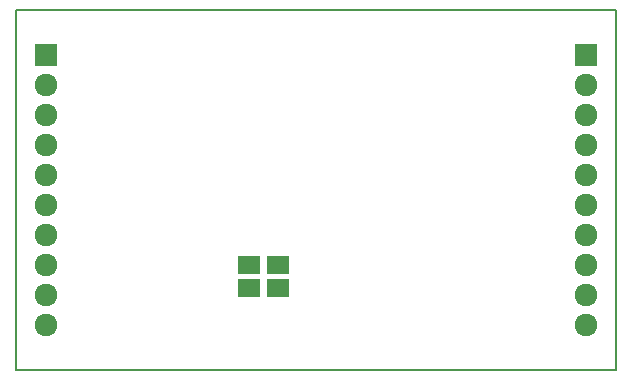
<source format=gbr>
G04 #@! TF.FileFunction,Soldermask,Bot*
%FSLAX46Y46*%
G04 Gerber Fmt 4.6, Leading zero omitted, Abs format (unit mm)*
G04 Created by KiCad (PCBNEW 4.0.7) date 06/13/18 13:38:50*
%MOMM*%
%LPD*%
G01*
G04 APERTURE LIST*
%ADD10C,0.100000*%
%ADD11C,0.150000*%
%ADD12R,1.900000X1.650000*%
%ADD13R,1.924000X1.924000*%
%ADD14C,1.924000*%
G04 APERTURE END LIST*
D10*
D11*
X111760000Y-111760000D02*
X111760000Y-81280000D01*
X162560000Y-111760000D02*
X111760000Y-111760000D01*
X162560000Y-81280000D02*
X162560000Y-111760000D01*
X111760000Y-81280000D02*
X162560000Y-81280000D01*
D12*
X131465000Y-102870000D03*
X133965000Y-102870000D03*
X131465000Y-104775000D03*
X133965000Y-104775000D03*
D13*
X114300000Y-85090000D03*
D14*
X114300000Y-87630000D03*
X114300000Y-90170000D03*
X114300000Y-92710000D03*
X114300000Y-95250000D03*
X114300000Y-97790000D03*
X114300000Y-100330000D03*
X114300000Y-102870000D03*
X114300000Y-105410000D03*
X114300000Y-107950000D03*
X160020000Y-107950000D03*
X160020000Y-105410000D03*
X160020000Y-102870000D03*
X160020000Y-100330000D03*
X160020000Y-97790000D03*
X160020000Y-95250000D03*
X160020000Y-92710000D03*
X160020000Y-90170000D03*
X160020000Y-87630000D03*
D13*
X160020000Y-85090000D03*
M02*

</source>
